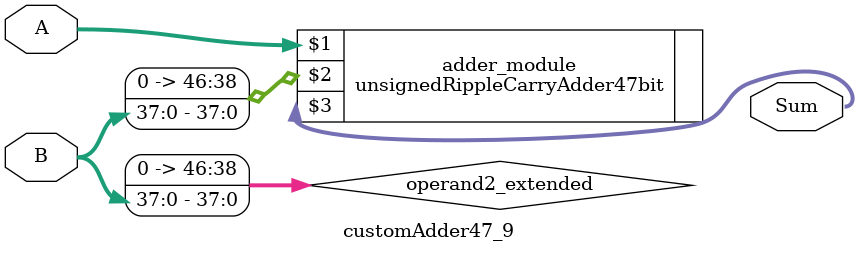
<source format=v>
module customAdder47_9(
                        input [46 : 0] A,
                        input [37 : 0] B,
                        
                        output [47 : 0] Sum
                );

        wire [46 : 0] operand2_extended;
        
        assign operand2_extended =  {9'b0, B};
        
        unsignedRippleCarryAdder47bit adder_module(
            A,
            operand2_extended,
            Sum
        );
        
        endmodule
        
</source>
